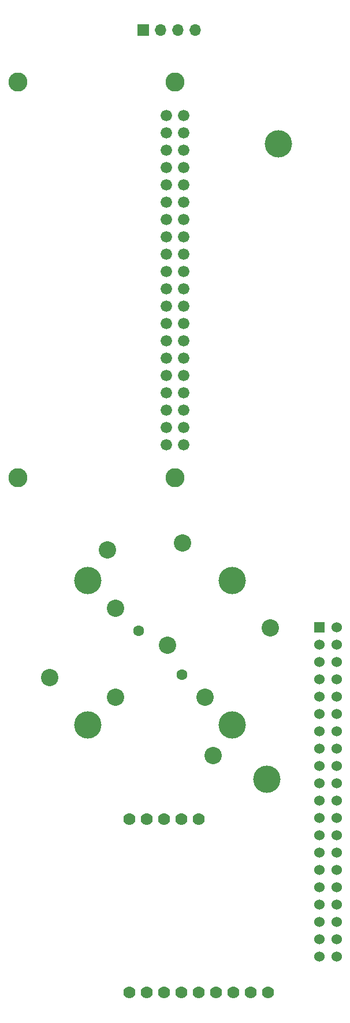
<source format=gbr>
%TF.GenerationSoftware,KiCad,Pcbnew,9.0.0*%
%TF.CreationDate,2025-03-07T03:21:26-05:00*%
%TF.ProjectId,Radio,52616469-6f2e-46b6-9963-61645f706362,1*%
%TF.SameCoordinates,Original*%
%TF.FileFunction,Soldermask,Bot*%
%TF.FilePolarity,Negative*%
%FSLAX46Y46*%
G04 Gerber Fmt 4.6, Leading zero omitted, Abs format (unit mm)*
G04 Created by KiCad (PCBNEW 9.0.0) date 2025-03-07 03:21:26*
%MOMM*%
%LPD*%
G01*
G04 APERTURE LIST*
%ADD10C,4.000000*%
%ADD11R,1.524000X1.524000*%
%ADD12C,1.524000*%
%ADD13C,1.778000*%
%ADD14C,1.600000*%
%ADD15C,2.540000*%
%ADD16R,1.700000X1.700000*%
%ADD17O,1.700000X1.700000*%
%ADD18C,2.800000*%
%ADD19C,1.676400*%
G04 APERTURE END LIST*
D10*
%TO.C,*%
X146913600Y-38633400D03*
%TD*%
D11*
%TO.C,U3*%
X152933400Y-109474000D03*
D12*
X155473400Y-109474000D03*
X152933400Y-112014000D03*
X155473400Y-112014000D03*
X152933400Y-114554000D03*
X155473400Y-114554000D03*
X152933400Y-117094000D03*
X155473400Y-117094000D03*
X152933400Y-119634000D03*
X155473400Y-119634000D03*
X152933400Y-122174000D03*
X155473400Y-122174000D03*
X152933400Y-124714000D03*
X155473400Y-124714000D03*
X152933400Y-127254000D03*
X155473400Y-127254000D03*
X152933400Y-129794000D03*
X155473400Y-129794000D03*
X152933400Y-132334000D03*
X155473400Y-132334000D03*
X152933400Y-134874000D03*
X155473400Y-134874000D03*
X152933400Y-137414000D03*
X155473400Y-137414000D03*
X152933400Y-139954000D03*
X155473400Y-139954000D03*
X152933400Y-142494000D03*
X155473400Y-142494000D03*
X152933400Y-145034000D03*
X155473400Y-145034000D03*
X152933400Y-147574000D03*
X155473400Y-147574000D03*
X152933400Y-150114000D03*
X155473400Y-150114000D03*
X152933400Y-152654000D03*
X155473400Y-152654000D03*
X152933400Y-155194000D03*
X155473400Y-155194000D03*
X152933400Y-157734000D03*
X155473400Y-157734000D03*
%TD*%
D13*
%TO.C,U4*%
X135255000Y-137642600D03*
X132715000Y-137642600D03*
X130175000Y-137642600D03*
X127635000Y-137642600D03*
X125095000Y-137642600D03*
X145415000Y-163042600D03*
X142875000Y-163042600D03*
X140335000Y-163042600D03*
X137795000Y-163042600D03*
X135255000Y-163042600D03*
X132715000Y-163042600D03*
X130175000Y-163042600D03*
X127635000Y-163042600D03*
X125095000Y-163042600D03*
%TD*%
D10*
%TO.C,U1*%
X118988279Y-102626043D03*
X118988279Y-123839247D03*
D14*
X126412900Y-110050664D03*
X132776862Y-116414626D03*
D10*
X140201483Y-102626043D03*
X140201483Y-123839247D03*
D15*
X123047072Y-106684836D03*
X123047072Y-119780454D03*
X136142690Y-119780454D03*
X132847572Y-97153037D03*
X130705039Y-112122487D03*
X121844991Y-98128844D03*
X113444562Y-116838890D03*
X137344771Y-128336446D03*
X145745200Y-109626400D03*
%TD*%
D16*
%TO.C,U2*%
X127127000Y-21945600D03*
D17*
X129667000Y-21945600D03*
X132207000Y-21945600D03*
X134747000Y-21945600D03*
%TD*%
D10*
%TO.C,*%
X145262600Y-131749800D03*
%TD*%
D18*
%TO.C,J1*%
X108749800Y-87597800D03*
X131749800Y-87597800D03*
X108749800Y-29597800D03*
X131749800Y-29597800D03*
D19*
X130479800Y-82727800D03*
X133019800Y-82727800D03*
X130479800Y-80187800D03*
X133019800Y-80187800D03*
X130479800Y-77647800D03*
X133019800Y-77647800D03*
X130479800Y-75107800D03*
X133019800Y-75107800D03*
X130479800Y-72567800D03*
X133019800Y-72567800D03*
X130479800Y-70027800D03*
X133019800Y-70027800D03*
X130479800Y-67487800D03*
X133019800Y-67487800D03*
X130479800Y-64947800D03*
X133019800Y-64947800D03*
X130479800Y-62407800D03*
X133019800Y-62407800D03*
X130479800Y-59867800D03*
X133019800Y-59867800D03*
X130479800Y-57327800D03*
X133019800Y-57327800D03*
X130479800Y-54787800D03*
X133019800Y-54787800D03*
X130479800Y-52247800D03*
X133019800Y-52247800D03*
X130479800Y-49707800D03*
X133019800Y-49707800D03*
X130479800Y-47167800D03*
X133019800Y-47167800D03*
X130479800Y-44627800D03*
X133019800Y-44627800D03*
X130479800Y-42087800D03*
X133019800Y-42087800D03*
X130479800Y-39547800D03*
X133019800Y-39547800D03*
X130479800Y-37007800D03*
X133019800Y-37007800D03*
X130479800Y-34467800D03*
X133019800Y-34467800D03*
%TD*%
M02*

</source>
